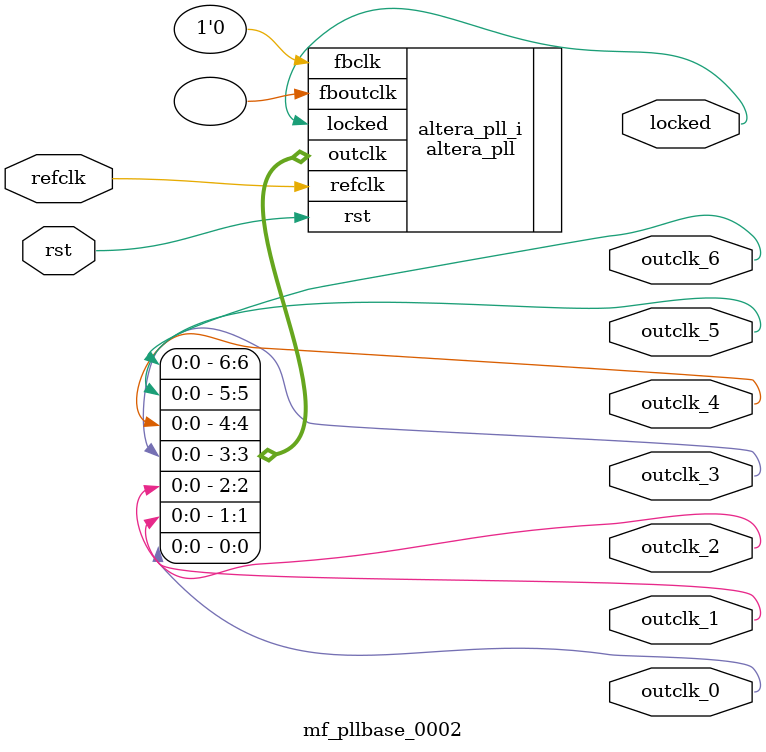
<source format=v>
`timescale 1ns/10ps
module  mf_pllbase_0002(

	// interface 'refclk'
	input wire refclk,

	// interface 'reset'
	input wire rst,

	// interface 'outclk0'
	output wire outclk_0,

	// interface 'outclk1'
	output wire outclk_1,

	// interface 'outclk2'
	output wire outclk_2,

	// interface 'outclk3'
	output wire outclk_3,

	// interface 'outclk4'
	output wire outclk_4,

	// interface 'outclk5'
	output wire outclk_5,

	// interface 'outclk6'
	output wire outclk_6,

	// interface 'locked'
	output wire locked
);

	altera_pll #(
		.fractional_vco_multiplier("true"),
		.reference_clock_frequency("74.25 MHz"),
		.operation_mode("normal"),
		.number_of_clocks(7),
		.output_clock_frequency0("4.991999 MHz"),
		.phase_shift0("0 ps"),
		.duty_cycle0(50),
		.output_clock_frequency1("4.991999 MHz"),
		.phase_shift1("50080 ps"),
		.duty_cycle1(50),
		.output_clock_frequency2("133.119988 MHz"),
		.phase_shift2("0 ps"),
		.duty_cycle2(50),
		.output_clock_frequency3("133.119986 MHz"),
		.phase_shift3("6573 ps"),
		.duty_cycle3(50),
		.output_clock_frequency4("133.119984 MHz"),
		.phase_shift4("5634 ps"),
		.duty_cycle4(50),
		.output_clock_frequency5("19.967997 MHz"),
		.phase_shift5("0 ps"),
		.duty_cycle5(50),
		.output_clock_frequency6("8.809410 MHz"),
		.phase_shift6("0 ps"),
		.duty_cycle6(50),
		.output_clock_frequency7("0 MHz"),
		.phase_shift7("0 ps"),
		.duty_cycle7(50),
		.output_clock_frequency8("0 MHz"),
		.phase_shift8("0 ps"),
		.duty_cycle8(50),
		.output_clock_frequency9("0 MHz"),
		.phase_shift9("0 ps"),
		.duty_cycle9(50),
		.output_clock_frequency10("0 MHz"),
		.phase_shift10("0 ps"),
		.duty_cycle10(50),
		.output_clock_frequency11("0 MHz"),
		.phase_shift11("0 ps"),
		.duty_cycle11(50),
		.output_clock_frequency12("0 MHz"),
		.phase_shift12("0 ps"),
		.duty_cycle12(50),
		.output_clock_frequency13("0 MHz"),
		.phase_shift13("0 ps"),
		.duty_cycle13(50),
		.output_clock_frequency14("0 MHz"),
		.phase_shift14("0 ps"),
		.duty_cycle14(50),
		.output_clock_frequency15("0 MHz"),
		.phase_shift15("0 ps"),
		.duty_cycle15(50),
		.output_clock_frequency16("0 MHz"),
		.phase_shift16("0 ps"),
		.duty_cycle16(50),
		.output_clock_frequency17("0 MHz"),
		.phase_shift17("0 ps"),
		.duty_cycle17(50),
		.pll_type("General"),
		.pll_subtype("General")
	) altera_pll_i (
		.rst	(rst),
		.outclk	({outclk_6, outclk_5, outclk_4, outclk_3, outclk_2, outclk_1, outclk_0}),
		.locked	(locked),
		.fboutclk	( ),
		.fbclk	(1'b0),
		.refclk	(refclk)
	);
endmodule


</source>
